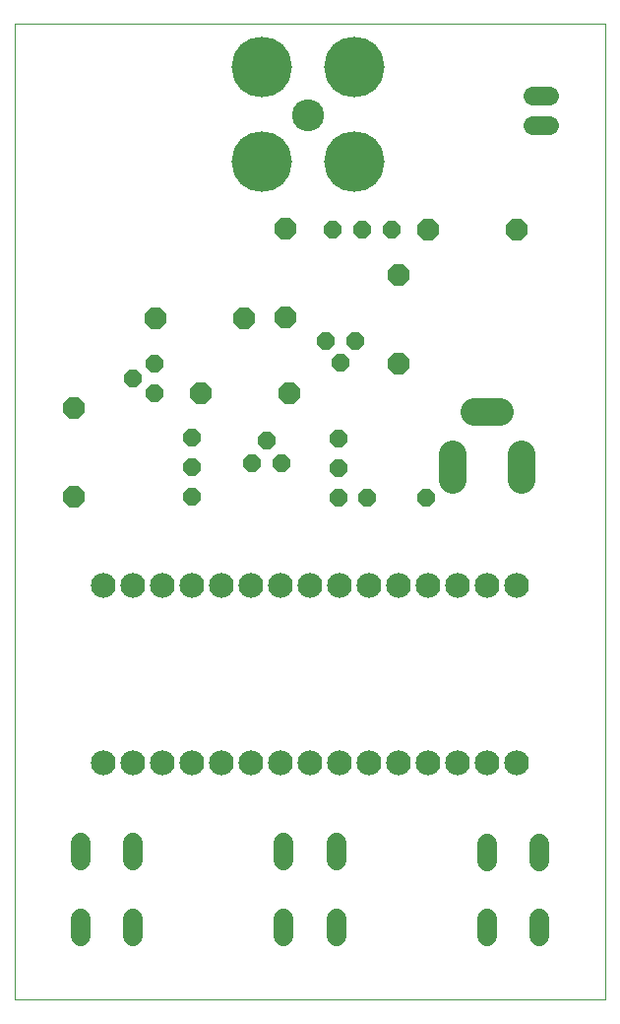
<source format=gts>
G75*
%MOIN*%
%OFA0B0*%
%FSLAX25Y25*%
%IPPOS*%
%LPD*%
%AMOC8*
5,1,8,0,0,1.08239X$1,22.5*
%
%ADD10C,0.00000*%
%ADD11C,0.06800*%
%ADD12OC8,0.06000*%
%ADD13C,0.09400*%
%ADD14OC8,0.07100*%
%ADD15C,0.06400*%
%ADD16C,0.08400*%
%ADD17C,0.20485*%
%ADD18C,0.10800*%
D10*
X0001000Y0001000D02*
X0201000Y0001000D01*
X0201000Y0331000D01*
X0001000Y0331000D01*
X0001000Y0001000D01*
D11*
X0023278Y0022452D02*
X0023278Y0028452D01*
X0023278Y0048052D02*
X0023278Y0054052D01*
X0041078Y0054052D02*
X0041078Y0048052D01*
X0041078Y0028452D02*
X0041078Y0022452D01*
X0092089Y0022340D02*
X0092089Y0028340D01*
X0092089Y0047940D02*
X0092089Y0053940D01*
X0109889Y0053940D02*
X0109889Y0047940D01*
X0109889Y0028340D02*
X0109889Y0022340D01*
X0160940Y0022300D02*
X0160940Y0028300D01*
X0160940Y0047900D02*
X0160940Y0053900D01*
X0178740Y0053900D02*
X0178740Y0047900D01*
X0178740Y0028300D02*
X0178740Y0022300D01*
D12*
X0140370Y0170827D03*
X0120370Y0170827D03*
X0110568Y0170859D03*
X0110568Y0180859D03*
X0110568Y0190859D03*
X0111394Y0216412D03*
X0106394Y0223912D03*
X0116394Y0223912D03*
X0118676Y0261356D03*
X0128676Y0261356D03*
X0108676Y0261356D03*
X0086271Y0190014D03*
X0081271Y0182514D03*
X0091271Y0182514D03*
X0061118Y0181005D03*
X0061118Y0171005D03*
X0061118Y0191005D03*
X0048392Y0206140D03*
X0048392Y0216140D03*
X0040892Y0211140D03*
D13*
X0149189Y0185300D02*
X0149189Y0176700D01*
X0156700Y0199898D02*
X0165300Y0199898D01*
X0172811Y0185300D02*
X0172811Y0176700D01*
D14*
X0131000Y0216000D03*
X0131000Y0246000D03*
X0141135Y0261573D03*
X0171135Y0261573D03*
X0092646Y0261636D03*
X0092646Y0231636D03*
X0078560Y0231424D03*
X0063881Y0205916D03*
X0048560Y0231424D03*
X0020982Y0200968D03*
X0020982Y0170968D03*
X0093881Y0205916D03*
D15*
X0176371Y0296820D02*
X0181971Y0296820D01*
X0181971Y0306820D02*
X0176371Y0306820D01*
D16*
X0171085Y0141051D03*
X0161085Y0141051D03*
X0151085Y0141051D03*
X0141085Y0141051D03*
X0131085Y0141051D03*
X0121085Y0141051D03*
X0111085Y0141051D03*
X0101085Y0141051D03*
X0091085Y0141051D03*
X0081085Y0141051D03*
X0071085Y0141051D03*
X0061085Y0141051D03*
X0051085Y0141051D03*
X0041085Y0141051D03*
X0031085Y0141051D03*
X0031085Y0081051D03*
X0041085Y0081051D03*
X0051085Y0081051D03*
X0061085Y0081051D03*
X0071085Y0081051D03*
X0081085Y0081051D03*
X0091085Y0081051D03*
X0101085Y0081051D03*
X0111085Y0081051D03*
X0121085Y0081051D03*
X0131085Y0081051D03*
X0141085Y0081051D03*
X0151085Y0081051D03*
X0161085Y0081051D03*
X0171085Y0081051D03*
D17*
X0116039Y0284465D03*
X0116039Y0316354D03*
X0084543Y0316354D03*
X0084543Y0284465D03*
D18*
X0100291Y0300213D03*
M02*

</source>
